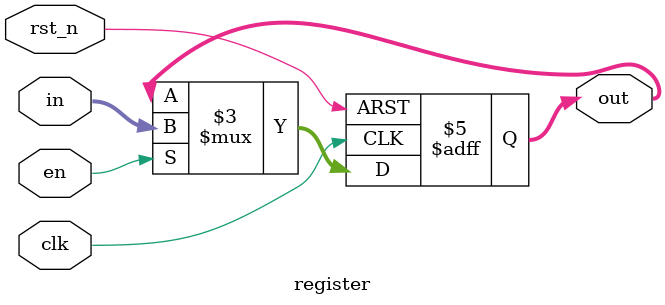
<source format=sv>
module register
(
    input  logic       rst_n,
    input  logic       clk,
    input  logic       en,
    input  logic [7:0] in,
    output logic [7:0] out
);

    always_ff@(posedge clk or negedge rst_n) 
    begin
        if(~rst_n)
        begin
            out <= 0;
        end
        else
        begin
            if(en)
            begin
                out <= in;
            end
        end
    end
            
endmodule
</source>
